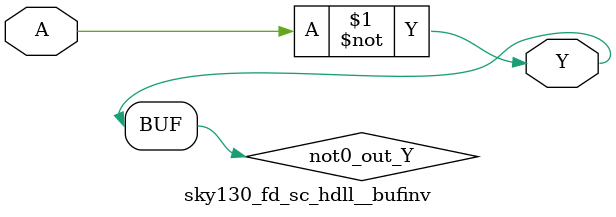
<source format=v>
module sky130_fd_sc_hdll__bufinv (
    Y,
    A
);
    output Y;
    input  A;
    wire not0_out_Y;
    not not0 (not0_out_Y, A              );
    buf buf0 (Y         , not0_out_Y     );
endmodule
</source>
